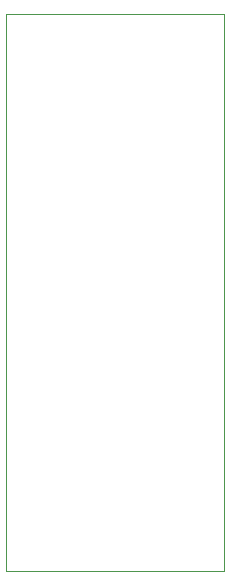
<source format=gbr>
%TF.GenerationSoftware,KiCad,Pcbnew,8.0.1*%
%TF.CreationDate,2025-01-22T20:31:23-07:00*%
%TF.ProjectId,LEDDisplay,4c454444-6973-4706-9c61-792e6b696361,rev?*%
%TF.SameCoordinates,Original*%
%TF.FileFunction,Profile,NP*%
%FSLAX46Y46*%
G04 Gerber Fmt 4.6, Leading zero omitted, Abs format (unit mm)*
G04 Created by KiCad (PCBNEW 8.0.1) date 2025-01-22 20:31:23*
%MOMM*%
%LPD*%
G01*
G04 APERTURE LIST*
%TA.AperFunction,Profile*%
%ADD10C,0.050000*%
%TD*%
G04 APERTURE END LIST*
D10*
X194900000Y-63750000D02*
X213410000Y-63750000D01*
X213410000Y-110920000D01*
X194900000Y-110920000D01*
X194900000Y-63750000D01*
M02*

</source>
